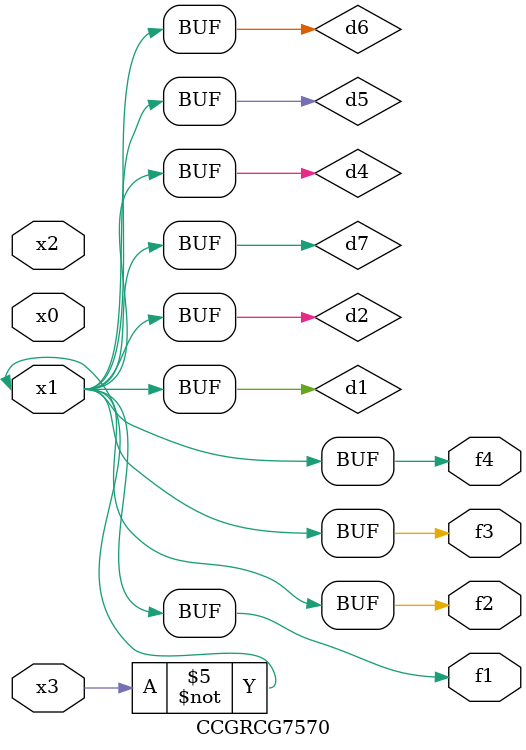
<source format=v>
module CCGRCG7570(
	input x0, x1, x2, x3,
	output f1, f2, f3, f4
);

	wire d1, d2, d3, d4, d5, d6, d7;

	not (d1, x3);
	buf (d2, x1);
	xnor (d3, d1, d2);
	nor (d4, d1);
	buf (d5, d1, d2);
	buf (d6, d4, d5);
	nand (d7, d4);
	assign f1 = d6;
	assign f2 = d7;
	assign f3 = d6;
	assign f4 = d6;
endmodule

</source>
